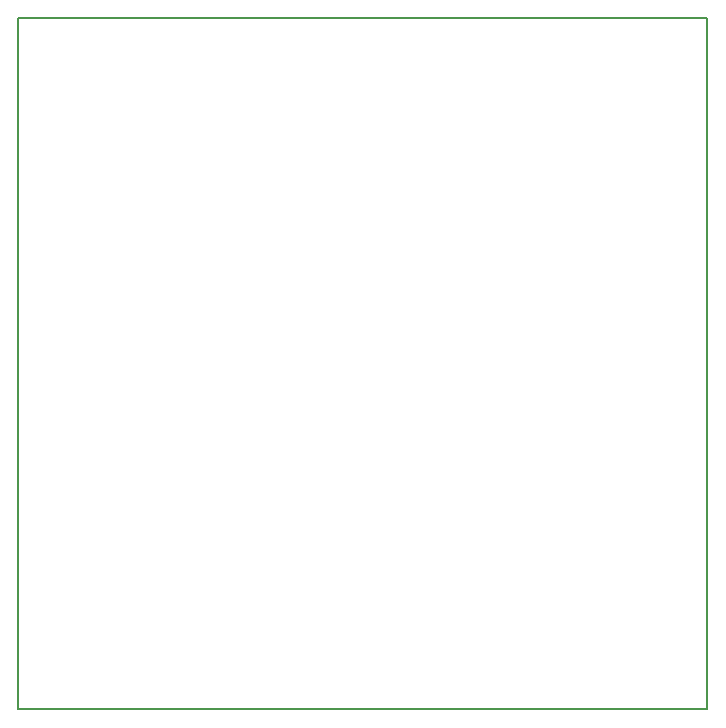
<source format=gm1>
G04 MADE WITH FRITZING*
G04 WWW.FRITZING.ORG*
G04 DOUBLE SIDED*
G04 HOLES PLATED*
G04 CONTOUR ON CENTER OF CONTOUR VECTOR*
%ASAXBY*%
%FSLAX23Y23*%
%MOIN*%
%OFA0B0*%
%SFA1.0B1.0*%
%ADD10R,2.304380X2.313490*%
%ADD11C,0.008000*%
%ADD10C,0.008*%
%LNCONTOUR*%
G90*
G70*
G54D10*
G54D11*
X8Y2305D02*
X2304Y2305D01*
X2304Y0D01*
X8Y0D01*
X8Y2305D01*
D02*
G04 End of contour*
M02*
</source>
